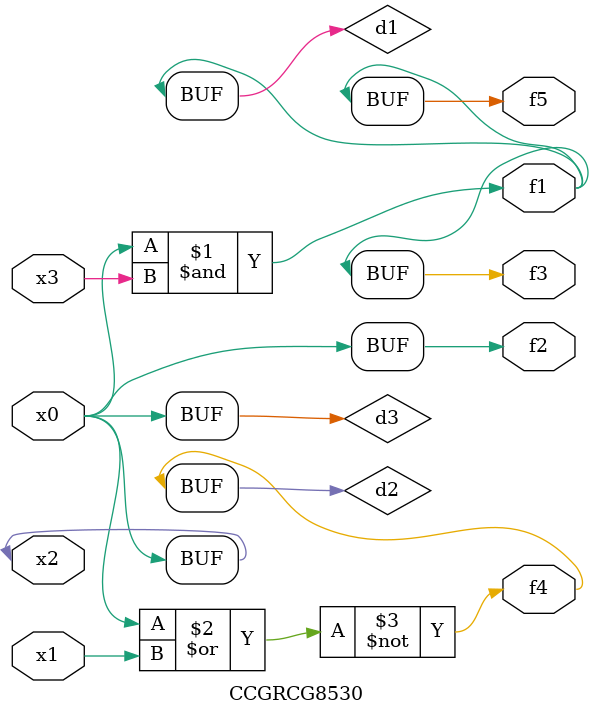
<source format=v>
module CCGRCG8530(
	input x0, x1, x2, x3,
	output f1, f2, f3, f4, f5
);

	wire d1, d2, d3;

	and (d1, x2, x3);
	nor (d2, x0, x1);
	buf (d3, x0, x2);
	assign f1 = d1;
	assign f2 = d3;
	assign f3 = d1;
	assign f4 = d2;
	assign f5 = d1;
endmodule

</source>
